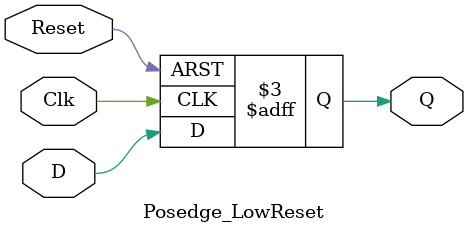
<source format=v>
`timescale 1ns / 1ps


module Posedge_LowReset(
    input D,
    input Clk,
    input Reset,
    output reg Q
    );
    
    always @(posedge Clk, negedge Reset)
        if (!Reset)
            Q <= 1'b0;
        else    
            Q <= D;    
    
endmodule

</source>
